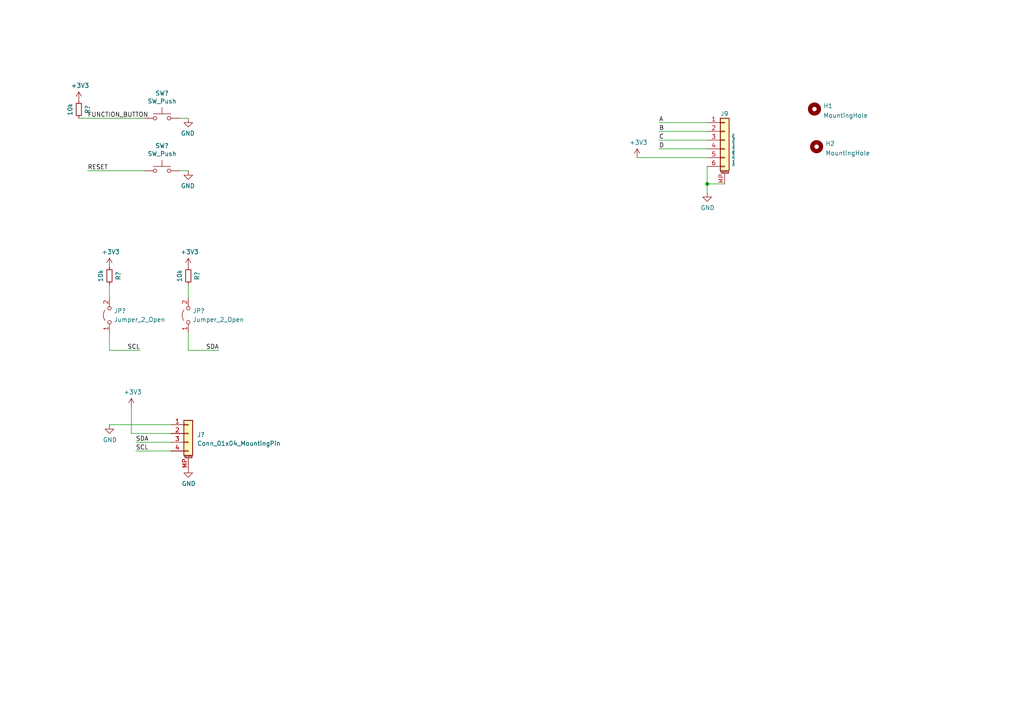
<source format=kicad_sch>
(kicad_sch (version 20211123) (generator eeschema)
  (paper "A4")
  (lib_symbols
    (symbol "Connector_Generic_MountingPin:Conn_01x04_MountingPin" (pin_names (offset 1.016) hide)
      (property "Reference" "J" (at 0 5.08 0))
      (property "Value" "Conn_01x04_MountingPin" (at 1.27 -7.62 0))
      (symbol "Conn_01x04_MountingPin_1_1"
        (rectangle (start -1.27 -4.953) (end 0 -5.207) (stroke (width 0.1524)))
        (rectangle (start -1.27 -2.413) (end 0 -2.667) (stroke (width 0.1524)))
        (rectangle (start -1.27 0.127) (end 0 -0.127) (stroke (width 0.1524)))
        (rectangle (start -1.27 2.667) (end 0 2.413) (stroke (width 0.1524)))
        (rectangle (start -1.27 3.81) (end 1.27 -6.35) (stroke (width 0.254)) (fill (type background)))
        (polyline (pts (xy -1.016 -7.112) (xy 1.016 -7.112)) (stroke (width 0.1524)))
        (text "Mounting" (at 0 -6.731 0) (effects (font (size 0.381 0.381))))
        (pin passive line (at -5.08 2.54 0) (length 3.81) (name "Pin_1") (number "1"))
        (pin passive line (at -5.08 0 0) (length 3.81) (name "Pin_2") (number "2"))
        (pin passive line (at -5.08 -2.54 0) (length 3.81) (name "Pin_3") (number "3"))
        (pin passive line (at -5.08 -5.08 0) (length 3.81) (name "Pin_4") (number "4"))
        (pin passive line (at 0 -10.16 90) (length 3.048) (name "MountPin") (number "MP"))
      )
    )
    (symbol "Connector_Generic_MountingPin:Conn_01x06_MountingPin" (pin_names (offset 1.016) hide)
      (property "Reference" "J" (at 0 7.62 0))
      (property "Value" "Conn_01x06_MountingPin" (at 1.27 -10.16 0))
      (symbol "Conn_01x06_MountingPin_1_1"
        (rectangle (start -1.27 -7.493) (end 0 -7.747) (stroke (width 0.1524)))
        (rectangle (start -1.27 -4.953) (end 0 -5.207) (stroke (width 0.1524)))
        (rectangle (start -1.27 -2.413) (end 0 -2.667) (stroke (width 0.1524)))
        (rectangle (start -1.27 0.127) (end 0 -0.127) (stroke (width 0.1524)))
        (rectangle (start -1.27 2.667) (end 0 2.413) (stroke (width 0.1524)))
        (rectangle (start -1.27 5.207) (end 0 4.953) (stroke (width 0.1524)))
        (rectangle (start -1.27 6.35) (end 1.27 -8.89) (stroke (width 0.254)) (fill (type background)))
        (polyline (pts (xy -1.016 -9.652) (xy 1.016 -9.652)) (stroke (width 0.1524)))
        (text "Mounting" (at 0 -9.271 0) (effects (font (size 0.381 0.381))))
        (pin passive line (at -5.08 5.08 0) (length 3.81) (name "Pin_1") (number "1"))
        (pin passive line (at -5.08 2.54 0) (length 3.81) (name "Pin_2") (number "2"))
        (pin passive line (at -5.08 0 0) (length 3.81) (name "Pin_3") (number "3"))
        (pin passive line (at -5.08 -2.54 0) (length 3.81) (name "Pin_4") (number "4"))
        (pin passive line (at -5.08 -5.08 0) (length 3.81) (name "Pin_5") (number "5"))
        (pin passive line (at -5.08 -7.62 0) (length 3.81) (name "Pin_6") (number "6"))
        (pin passive line (at 0 -12.7 90) (length 3.048) (name "MountPin") (number "MP"))
      )
    )
    (symbol "Device:R_Small" (pin_numbers hide) (pin_names (offset 0.254) hide)
      (property "Reference" "R" (at 0.762 0.508 0))
      (property "Value" "R_Small" (at 0.762 -1.016 0))
      (symbol "R_Small_0_1"
        (rectangle (start -0.762 1.778) (end 0.762 -1.778) (stroke (width 0.2032)))
      )
      (symbol "R_Small_1_1"
        (pin passive line (at 0 2.54 270) (length 0.762) (name "~") (number "1"))
        (pin passive line (at 0 -2.54 90) (length 0.762) (name "~") (number "2"))
      )
    )
    (symbol "Jumper:Jumper_2_Open" (pin_names (offset 0) hide)
      (property "Reference" "JP" (at 0 2.794 0))
      (property "Value" "Jumper_2_Open" (at 0 -2.286 0))
      (symbol "Jumper_2_Open_0_0"
        (circle (center -2.032 0) (radius 0.508))
        (circle (center 2.032 0) (radius 0.508))
      )
      (symbol "Jumper_2_Open_0_1"
        (arc (start 1.524 1.27) (mid 0 1.778) (end -1.524 1.27))
      )
      (symbol "Jumper_2_Open_1_1"
        (pin passive line (at -5.08 0 0) (length 2.54) (name "A") (number "1"))
        (pin passive line (at 5.08 0 180) (length 2.54) (name "B") (number "2"))
      )
    )
    (symbol "Mechanical:MountingHole" (pin_names (offset 1.016))
      (property "Reference" "H" (at 0 5.08 0))
      (property "Value" "MountingHole" (at 0 3.175 0))
      (symbol "MountingHole_0_1"
        (circle (center 0 0) (radius 1.27) (stroke (width 1.27)))
      )
    )
    (symbol "Switch:SW_Push" (pin_numbers hide) (pin_names (offset 1.016) hide)
      (property "Reference" "SW" (at 1.27 2.54 0))
      (property "Value" "SW_Push" (at 0 -1.524 0))
      (symbol "SW_Push_0_1"
        (circle (center -2.032 0) (radius 0.508))
        (polyline (pts (xy 0 1.27) (xy 0 3.048)))
        (polyline (pts (xy 2.54 1.27) (xy -2.54 1.27)))
        (circle (center 2.032 0) (radius 0.508))
        (pin passive line (at -5.08 0 0) (length 2.54) (name "1") (number "1"))
        (pin passive line (at 5.08 0 180) (length 2.54) (name "2") (number "2"))
      )
    )
    (symbol "power:+3.3V" (power) (pin_names (offset 0))
      (property "Value" "+3.3V" (at 0 3.556 0))
      (symbol "+3.3V_0_1"
        (polyline (pts (xy -0.762 1.27) (xy 0 2.54)))
        (polyline (pts (xy 0 0) (xy 0 2.54)))
        (polyline (pts (xy 0 2.54) (xy 0.762 1.27)))
      )
      (symbol "+3.3V_1_1"
        (pin power_in line (at 0 0 90) (length 0) hide (name "+3V3") (number "1"))
      )
    )
    (symbol "power:GND" (power) (pin_names (offset 0))
      (property "Value" "GND" (at 0 -3.81 0))
      (symbol "GND_0_1"
        (polyline (pts (xy 0 0) (xy 0 -1.27) (xy 1.27 -1.27) (xy 0 -2.54) (xy -1.27 -1.27) (xy 0 -1.27)))
      )
      (symbol "GND_1_1"
        (pin power_in line (at 0 0 270) (length 0) hide (name "GND") (number "1"))
      )
    )
  )
  (junction (at 205.105 53.34))
  (wire (pts (xy 191.135 38.1) (xy 205.105 38.1)))
  (wire (pts (xy 52.07 49.53) (xy 54.61 49.53)))
  (wire (pts (xy 191.135 43.18) (xy 205.105 43.18)))
  (wire (pts (xy 52.07 34.29) (xy 54.61 34.29)))
  (wire (pts (xy 205.105 53.34) (xy 205.105 55.88)))
  (wire (pts (xy 38.1 125.73) (xy 49.53 125.73)))
  (wire (pts (xy 184.785 45.72) (xy 205.105 45.72)))
  (wire (pts (xy 31.75 123.19) (xy 49.53 123.19)))
  (wire (pts (xy 191.135 40.64) (xy 205.105 40.64)))
  (wire (pts (xy 54.61 96.52) (xy 54.61 101.6)))
  (wire (pts (xy 39.37 128.27) (xy 49.53 128.27)))
  (wire (pts (xy 54.61 101.6) (xy 63.5 101.6)))
  (wire (pts (xy 31.75 101.6) (xy 40.64 101.6)))
  (wire (pts (xy 54.61 82.55) (xy 54.61 86.36)))
  (wire (pts (xy 22.86 34.29) (xy 41.91 34.29)))
  (wire (pts (xy 31.75 82.55) (xy 31.75 86.36)))
  (wire (pts (xy 191.135 35.56) (xy 205.105 35.56)))
  (wire (pts (xy 38.1 118.11) (xy 38.1 125.73)))
  (wire (pts (xy 25.4 49.53) (xy 41.91 49.53)))
  (wire (pts (xy 39.37 130.81) (xy 49.53 130.81)))
  (wire (pts (xy 205.105 53.34) (xy 210.185 53.34)))
  (wire (pts (xy 205.105 48.26) (xy 205.105 53.34)))
  (wire (pts (xy 31.75 96.52) (xy 31.75 101.6)))
  (label "SDA" (at 63.5 101.6 180))
  (label "FUNCTION_BUTTON" (at 25.4 34.29 0))
  (label "SCL" (at 40.64 101.6 180))
  (label "C" (at 191.135 40.64 0))
  (label "B" (at 191.135 38.1 0))
  (label "RESET" (at 25.4 49.53 0))
  (label "SDA" (at 39.37 128.27 0))
  (label "D" (at 191.135 43.18 0))
  (label "A" (at 191.135 35.56 0))
  (label "SCL" (at 39.37 130.81 0))
  (symbol (lib_id "power:GND") (at 54.61 34.29 0) (mirror y) (unit 1)
    (property "Reference" "#PWR?" (effects hide))
    (property "Value" "GND" (at 54.483 38.6842 0))
  )
  (symbol (lib_id "power:+3.3V") (at 38.1 118.11 0) (unit 1)
    (property "Reference" "#PWR?" (effects hide))
    (property "Value" "+3.3V" (at 38.481 113.7158 0))
  )
  (symbol (lib_id "Switch:SW_Push") (at 46.99 34.29 0) (unit 1)
    (property "Reference" "SW?" (at 46.99 27.051 0))
    (property "Value" "SW_Push" (at 46.99 29.3624 0))
    (property "Footprint" "EvezorLIB:SWITCH_2x3_SMD_TACTILE_GREEN" (effects hide))
  )
  (symbol (lib_id "Jumper:Jumper_2_Open") (at 31.75 91.44 90) (unit 1)
    (property "Reference" "JP?" (at 33.02 90.1699 90) (effects (justify right)))
    (property "Value" "Jumper_2_Open" (at 33.02 92.7099 90) (effects (justify right)))
  )
  (symbol (lib_id "Device:R_Small") (at 54.61 80.01 180) (unit 1)
    (property "Reference" "R?" (at 57.15 80.01 90))
    (property "Value" "10k" (at 52.07 80.01 90))
    (property "Footprint" "Resistor_SMD:R_0603_1608Metric" (effects hide))
  )
  (symbol (lib_id "Device:R_Small") (at 31.75 80.01 180) (unit 1)
    (property "Reference" "R?" (at 34.29 80.01 90))
    (property "Value" "10k" (at 29.21 80.01 90))
    (property "Footprint" "Resistor_SMD:R_0603_1608Metric" (effects hide))
  )
  (symbol (lib_id "Mechanical:MountingHole") (at 236.228 31.6294 0) (unit 1)
    (property "Reference" "H1" (at 238.768 30.7209 0) (effects (justify left)))
    (property "Value" "MountingHole" (at 238.768 33.496 0) (effects (justify left)))
    (property "Footprint" "MountingHole:MountingHole_3.2mm_M3_ISO14580" (effects hide))
  )
  (symbol (lib_id "power:GND") (at 54.61 49.53 0) (mirror y) (unit 1)
    (property "Reference" "#PWR?" (effects hide))
    (property "Value" "GND" (at 54.483 53.9242 0))
  )
  (symbol (lib_id "Mechanical:MountingHole") (at 236.855 42.545 0) (unit 1)
    (property "Reference" "H2" (at 239.395 41.6365 0) (effects (justify left)))
    (property "Value" "MountingHole" (at 239.395 44.4116 0) (effects (justify left)))
    (property "Footprint" "MountingHole:MountingHole_3.2mm_M3_ISO14580" (effects hide))
  )
  (symbol (lib_id "Connector_Generic_MountingPin:Conn_01x06_MountingPin") (at 210.185 40.64 0) (unit 1)
    (property "Reference" "J9" (at 208.915 33.02 0) (effects (justify left)))
    (property "Value" "Conn_01x06_MountingPin" (at 212.725 48.26 90) (effects (font (size 0.5 0.5)) (justify left)))
    (property "Footprint" "Connector_FFC-FPC:TE_84952-6_1x06-1MP_P1.0mm_Horizontal" (effects hide))
  )
  (symbol (lib_id "Switch:SW_Push") (at 46.99 49.53 0) (unit 1)
    (property "Reference" "SW?" (at 46.99 42.291 0))
    (property "Value" "SW_Push" (at 46.99 44.6024 0))
    (property "Footprint" "EvezorLIB:SWITCH_2x3_SMD_TACTILE_GREEN" (effects hide))
  )
  (symbol (lib_id "power:+3.3V") (at 31.75 77.47 0) (unit 1)
    (property "Reference" "#PWR?" (effects hide))
    (property "Value" "+3.3V" (at 32.131 73.0758 0))
  )
  (symbol (lib_id "Jumper:Jumper_2_Open") (at 54.61 91.44 90) (unit 1)
    (property "Reference" "JP?" (at 55.88 90.1699 90) (effects (justify right)))
    (property "Value" "Jumper_2_Open" (at 55.88 92.7099 90) (effects (justify right)))
  )
  (symbol (lib_id "power:GND") (at 31.75 123.19 0) (unit 1)
    (property "Reference" "#PWR?" (effects hide))
    (property "Value" "GND" (at 31.877 127.5842 0))
  )
  (symbol (lib_id "power:GND") (at 54.61 135.89 0) (unit 1)
    (property "Reference" "#PWR?" (effects hide))
    (property "Value" "GND" (at 54.737 140.2842 0))
  )
  (symbol (lib_id "power:+3.3V") (at 22.86 29.21 0) (unit 1)
    (property "Reference" "#PWR?" (effects hide))
    (property "Value" "+3.3V" (at 23.241 24.8158 0))
  )
  (symbol (lib_id "power:+3.3V") (at 184.785 45.72 0) (unit 1)
    (property "Reference" "#PWR044" (effects hide))
    (property "Value" "+3.3V" (at 185.166 41.3258 0))
  )
  (symbol (lib_id "Connector_Generic_MountingPin:Conn_01x04_MountingPin") (at 54.61 125.73 0) (unit 1)
    (property "Reference" "J?" (at 57.15 126.0855 0) (effects (justify left)))
    (property "Value" "Conn_01x04_MountingPin" (at 57.15 128.6255 0) (effects (justify left)))
  )
  (symbol (lib_id "power:+3.3V") (at 54.61 77.47 0) (unit 1)
    (property "Reference" "#PWR?" (effects hide))
    (property "Value" "+3.3V" (at 54.991 73.0758 0))
  )
  (symbol (lib_id "power:GND") (at 205.105 55.88 0) (unit 1)
    (property "Reference" "#PWR045" (effects hide))
    (property "Value" "GND" (at 205.232 60.2742 0))
  )
  (symbol (lib_id "Device:R_Small") (at 22.86 31.75 180) (unit 1)
    (property "Reference" "R?" (at 25.4 31.75 90))
    (property "Value" "10k" (at 20.32 31.75 90))
    (property "Footprint" "Resistor_SMD:R_0603_1608Metric" (effects hide))
  )
)
</source>
